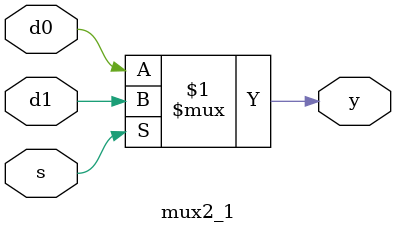
<source format=sv>
module mux2_1(
    input logic s,
    input logic d0, d1,
    output logic y);

    assign y = s ? d1 : d0;
endmodule

</source>
